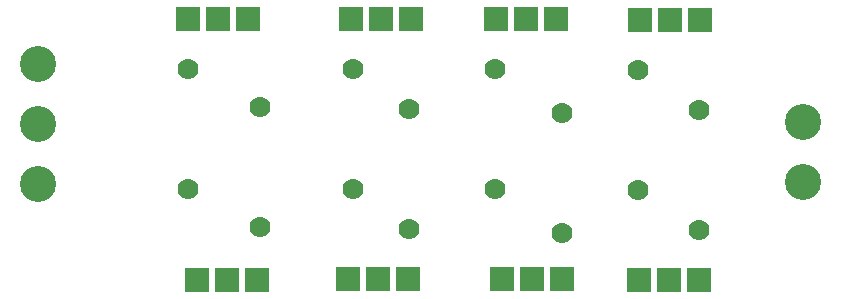
<source format=gbr>
G04 PROTEUS GERBER X2 FILE*
%TF.GenerationSoftware,Labcenter,Proteus,8.13-SP0-Build31525*%
%TF.CreationDate,2025-01-18T15:37:42+00:00*%
%TF.FileFunction,Copper,L1,Top*%
%TF.FilePolarity,Positive*%
%TF.Part,Single*%
%TF.SameCoordinates,{6578d0ff-8a4d-4828-9911-fb9daf4c42ae}*%
%FSLAX45Y45*%
%MOMM*%
G01*
%TA.AperFunction,ComponentPad*%
%ADD10C,3.048000*%
%ADD11R,2.032000X2.032000*%
%TA.AperFunction,ComponentPad*%
%ADD12C,1.778000*%
%TD.AperFunction*%
D10*
X+600000Y+2520000D03*
X+600000Y+2012000D03*
X+600000Y+1504000D03*
D11*
X+1866000Y+2900000D03*
X+2120000Y+2900000D03*
X+2374000Y+2900000D03*
X+3246000Y+2900000D03*
X+3500000Y+2900000D03*
X+3754000Y+2900000D03*
X+4476000Y+2900000D03*
X+4730000Y+2900000D03*
X+4984000Y+2900000D03*
X+5696000Y+2890000D03*
X+5950000Y+2890000D03*
X+6204000Y+2890000D03*
D12*
X+4470000Y+1460000D03*
X+4470000Y+2476000D03*
X+1870000Y+1460000D03*
X+1870000Y+2476000D03*
X+3270000Y+1460000D03*
X+3270000Y+2476000D03*
X+5680000Y+1450000D03*
X+5680000Y+2466000D03*
D11*
X+2450000Y+690000D03*
X+2196000Y+690000D03*
X+1942000Y+690000D03*
X+3730000Y+700000D03*
X+3476000Y+700000D03*
X+3222000Y+700000D03*
X+5038000Y+700000D03*
X+4784000Y+700000D03*
X+4530000Y+700000D03*
D10*
X+7080000Y+2030000D03*
X+7080000Y+1522000D03*
D11*
X+6194000Y+690000D03*
X+5940000Y+690000D03*
X+5686000Y+690000D03*
D12*
X+3740000Y+2140000D03*
X+3740000Y+1124000D03*
X+6200000Y+2130000D03*
X+6200000Y+1114000D03*
X+2480000Y+2150000D03*
X+2480000Y+1134000D03*
X+5040000Y+2100000D03*
X+5040000Y+1084000D03*
M02*

</source>
